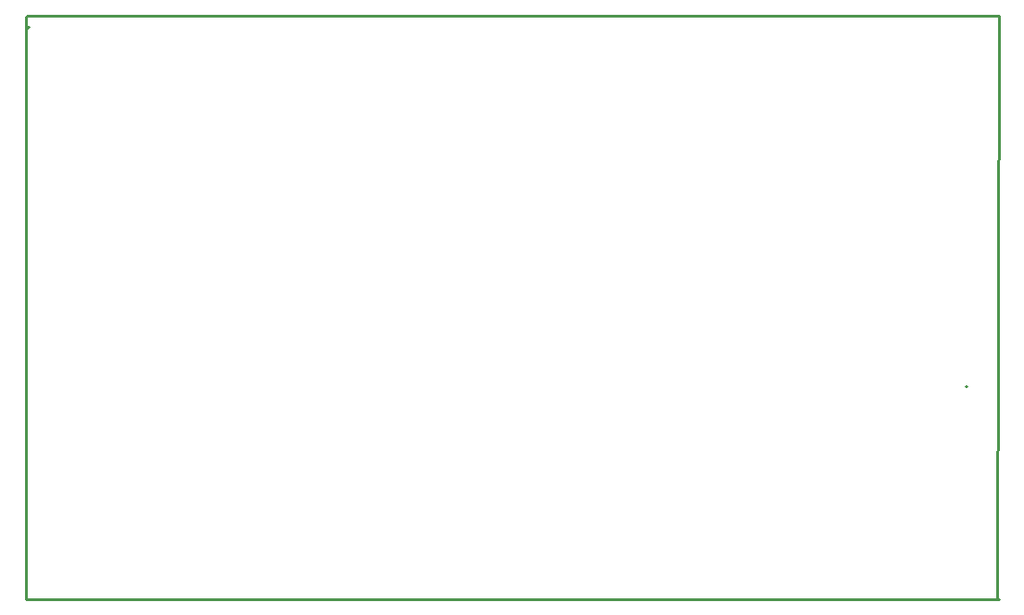
<source format=gm1>
G04 start of page 4 for group 2 idx 6 *
G04 Title: (unknown), outline *
G04 Creator: pcb 20110918 *
G04 CreationDate: Thu 23 Oct 2014 13:36:36 GMT UTC *
G04 For: ksarkies *
G04 Format: Gerber/RS-274X *
G04 PCB-Dimensions: 350000 210000 *
G04 PCB-Coordinate-Origin: lower left *
%MOIN*%
%FSLAX25Y25*%
%LNOUTLINE*%
%ADD94C,0.0100*%
G54D94*X349500Y500D02*X350000Y210000D01*
X500D01*
X0Y209500D02*Y0D01*
X350000D01*
X1000Y206000D02*X500Y205500D01*
X338000Y76500D02*X338500D01*
M02*

</source>
